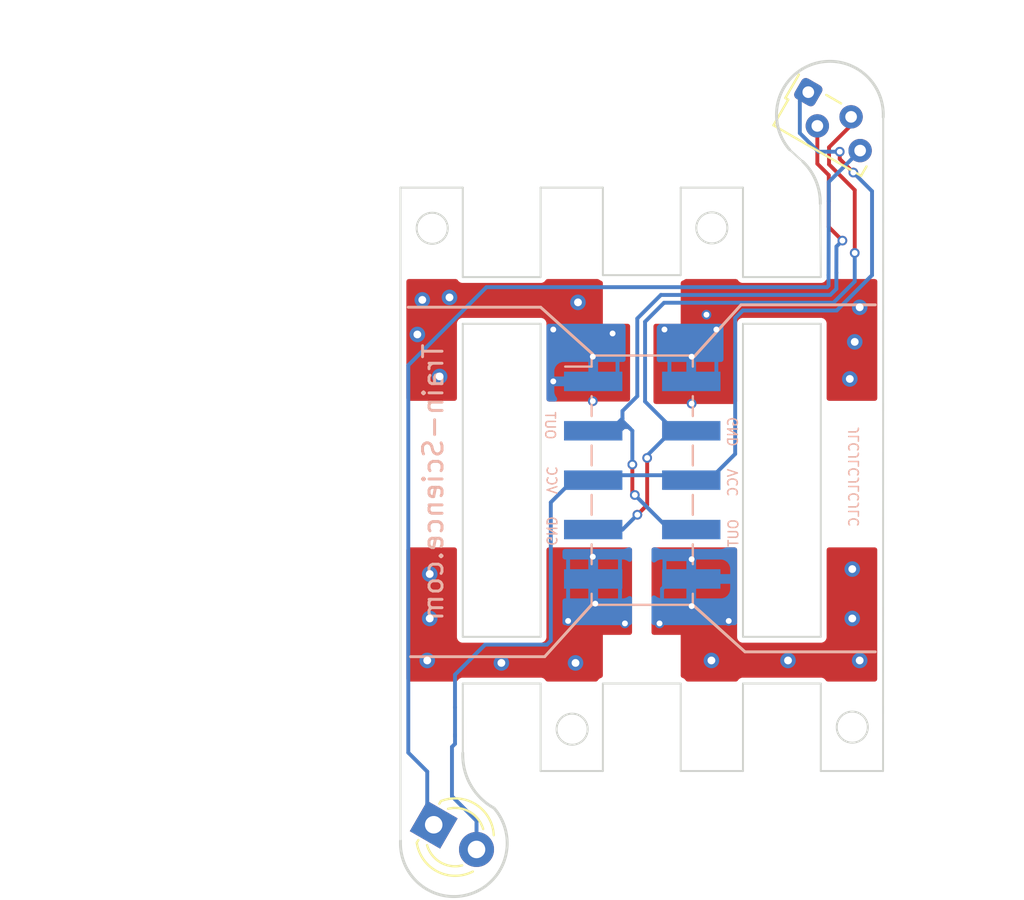
<source format=kicad_pcb>
(kicad_pcb (version 20240108) (generator "pcbnew") (generator_version "8.0")
  (layers (0 "F.Cu" signal) (31 "B.Cu" signal) (34 "B.Paste" user) (35 "F.Paste" user) (36 "B.SilkS" user "B.Silkscreen") (37 "F.SilkS" user "F.Silkscreen") (38 "B.Mask" user) (39 "F.Mask" user) (44 "Edge.Cuts" user))
  (net 0 "")
  (net 1 "GND")
  (net 2 "VCC")
  (net 3 "Net-(D101-K)")
  (net 4 "/A")
  (net 5 "/OUT")
  (net 6 "/B")
  (net 7 "/C")
  (net 8 "/D")
  (footprint "OptoDevice:Sharp_IS471F" (layer "F.Cu") (at 129.057892 78.09086 -30)
    (property "Reference" "U101" (hide yes))
    (property "Value" "IS471F")
    (fp_line (start -0.7 2.37) (end -0.7 0.85) (stroke (width 0.12)) (layer "F.SilkS"))
    (fp_line (start -0.7 2.37) (end 4.5 2.370001) (stroke (width 0.12)) (layer "F.SilkS"))
    (fp_line (start -0.87 0.85) (end -0.7 0.85) (stroke (width 0.12)) (layer "F.SilkS"))
    (fp_line (start -0.87 0.85) (end -0.87 -0.54) (stroke (width 0.12)) (layer "F.SilkS"))
    (fp_line (start 1.75 -0.339999) (end 0.87 -0.339999) (stroke (width 0.12)) (layer "F.SilkS"))
    (fp_line (start 4.5 2.370001) (end 4.5 1.81) (stroke (width 0.12)) (layer "F.SilkS"))
    (pad "1" thru_hole roundrect (at 0 0 330) (size 1.2 1.2) (drill 0.6) (layers "*.Cu" "*.Mask") (roundrect_rratio 0.208) (net 2 "VCC"))
    (pad "2" thru_hole circle (at 1.27 1.27 330) (size 1.2 1.2) (drill 0.6) (layers "*.Cu" "*.Mask") (net 5 "/OUT"))
    (pad "3" thru_hole circle (at 2.54 0 330) (size 1.2 1.2) (drill 0.6) (layers "*.Cu" "*.Mask") (net 1 "GND"))
    (pad "4" thru_hole circle (at 3.809999 1.27 330) (size 1.2 1.2) (drill 0.6) (layers "*.Cu" "*.Mask") (net 3 "Net-(D101-K)"))
  )
  (footprint "LED_THT:LED_D3.0mm" (layer "F.Cu") (at 109.806354 115.764116 -30)
    (property "Reference" "D101" (hide yes))
    (property "Value" "LED")
    (fp_line (start -0.29 1.079999) (end -0.29 1.236001) (stroke (width 0.12)) (layer "F.SilkS"))
    (fp_line (start -0.29 -1.235999) (end -0.29 -1.079999) (stroke (width 0.12)) (layer "F.SilkS"))
    (fp_arc (start -0.29 -1.235517) (mid 1.366488 -1.98766) (end 2.942335 -1.078609) (stroke (width 0.12)) (layer "F.SilkS"))
    (fp_arc (start 0.229039 -1.079999) (mid 1.270117 -1.499999) (end 2.31113 -1.079837) (stroke (width 0.12)) (layer "F.SilkS"))
    (fp_arc (start 2.311131 1.079838) (mid 1.270117 1.500002) (end 0.229038 1.079999) (stroke (width 0.12)) (layer "F.SilkS"))
    (fp_arc (start 2.942335 1.078608) (mid 1.366488 1.987659) (end -0.289999 1.235516) (stroke (width 0.12)) (layer "F.SilkS"))
    (pad "1" thru_hole rect (at 0 0 330) (size 1.8 1.8) (drill 0.9) (layers "*.Cu" "*.Mask") (net 3 "Net-(D101-K)"))
    (pad "2" thru_hole circle (at 2.54 0 330) (size 1.8 1.8) (drill 0.9) (layers "*.Cu" "*.Mask") (net 2 "VCC"))
  )
  (footprint "Connector_PinSocket_2.54mm:PinSocket_2x05_P2.54mm_Vertical_SMD" (layer "B.Cu") (at 120.523 98.044 180)
    (property "Reference" "J106" (hide yes))
    (property "Value" "Conn_02x05_Odd_Even")
    (fp_line (start 3.96 5.84) (end 2.6 5.84) (stroke (width 0.12)) (layer "B.SilkS"))
    (fp_line (start 2.6 6.41) (end -2.6 6.41) (stroke (width 0.12)) (layer "B.SilkS"))
    (fp_line (start 2.6 5.84) (end 2.6 6.41) (stroke (width 0.12)) (layer "B.SilkS"))
    (fp_line (start 2.6 3.3) (end 2.6 4.32) (stroke (width 0.12)) (layer "B.SilkS"))
    (fp_line (start 2.6 0.76) (end 2.6 1.78) (stroke (width 0.12)) (layer "B.SilkS"))
    (fp_line (start 2.6 -1.78) (end 2.6 -0.76) (stroke (width 0.12)) (layer "B.SilkS"))
    (fp_line (start 2.6 -4.32) (end 2.6 -3.3) (stroke (width 0.12)) (layer "B.SilkS"))
    (fp_line (start 2.6 -6.41) (end 2.6 -5.84) (stroke (width 0.12)) (layer "B.SilkS"))
    (fp_line (start 2.6 -6.41) (end -2.6 -6.41) (stroke (width 0.12)) (layer "B.SilkS"))
    (fp_line (start -2.6 5.84) (end -2.6 6.41) (stroke (width 0.12)) (layer "B.SilkS"))
    (fp_line (start -2.6 3.3) (end -2.6 4.32) (stroke (width 0.12)) (layer "B.SilkS"))
    (fp_line (start -2.6 0.76) (end -2.6 1.78) (stroke (width 0.12)) (layer "B.SilkS"))
    (fp_line (start -2.6 -1.78) (end -2.6 -0.76) (stroke (width 0.12)) (layer "B.SilkS"))
    (fp_line (start -2.6 -4.32) (end -2.6 -3.3) (stroke (width 0.12)) (layer "B.SilkS"))
    (fp_line (start -2.6 -6.41) (end -2.6 -5.84) (stroke (width 0.12)) (layer "B.SilkS"))
    (pad "1" smd rect (at 2.52 5.08 180) (size 3 1) (layers "B.Cu" "B.Paste" "B.Mask") (net 4 "/A"))
    (pad "2" smd rect (at -2.52 5.08 180) (size 3 1) (layers "B.Cu" "B.Paste" "B.Mask") (net 8 "/D"))
    (pad "3" smd rect (at 2.52 2.54 180) (size 3 1) (layers "B.Cu" "B.Paste" "B.Mask") (net 5 "/OUT"))
    (pad "4" smd rect (at -2.52 2.54 180) (size 3 1) (layers "B.Cu" "B.Paste" "B.Mask") (net 1 "GND"))
    (pad "5" smd rect (at 2.52 0 180) (size 3 1) (layers "B.Cu" "B.Paste" "B.Mask") (net 2 "VCC"))
    (pad "6" smd rect (at -2.52 0 180) (size 3 1) (layers "B.Cu" "B.Paste" "B.Mask") (net 2 "VCC"))
    (pad "7" smd rect (at 2.52 -2.54 180) (size 3 1) (layers "B.Cu" "B.Paste" "B.Mask") (net 1 "GND"))
    (pad "8" smd rect (at -2.52 -2.54 180) (size 3 1) (layers "B.Cu" "B.Paste" "B.Mask") (net 5 "/OUT"))
    (pad "9" smd rect (at 2.52 -5.08 180) (size 3 1) (layers "B.Cu" "B.Paste" "B.Mask") (net 6 "/B"))
    (pad "10" smd rect (at -2.52 -5.08 180) (size 3 1) (layers "B.Cu" "B.Paste" "B.Mask") (net 7 "/C"))
  )
  (gr_line (start 115.51 107.121) (end 108.613 107.121) (stroke (width 0.15)) (layer "B.SilkS"))
  (gr_line (start 125.8045 106.8715) (end 123.123 104.454) (stroke (width 0.15)) (layer "B.SilkS"))
  (gr_line (start 108.5 89.1495) (end 115.3015 89.1495) (stroke (width 0.15)) (layer "B.SilkS"))
  (gr_line (start 132.5 106.8715) (end 125.8045 106.8715) (stroke (width 0.15)) (layer "B.SilkS"))
  (gr_line (start 123.19 91.694) (end 125.603 89.027) (stroke (width 0.15)) (layer "B.SilkS"))
  (gr_line (start 125.603 89.027) (end 132.5 89.027) (stroke (width 0.15)) (layer "B.SilkS"))
  (gr_line (start 115.3015 89.1495) (end 117.983 91.567) (stroke (width 0.15)) (layer "B.SilkS"))
  (gr_line (start 117.923 104.454) (end 115.51 107.121) (stroke (width 0.15)) (layer "B.SilkS"))
  (gr_line (start 125.7 106.1) (end 125.7 90) (stroke (width 0.1)) (layer "Edge.Cuts"))
  (gr_line (start 118.5 83) (end 118.5 87.5) (stroke (width 0.1)) (layer "Edge.Cuts"))
  (gr_line (start 111.3 106.1) (end 111.3 90) (stroke (width 0.1)) (layer "Edge.Cuts"))
  (gr_line (start 129.7 113) (end 129.7 108.5) (stroke (width 0.1)) (layer "Edge.Cuts"))
  (gr_line (start 125.7 106.1) (end 129.7 106.1) (stroke (width 0.1)) (layer "Edge.Cuts"))
  (gr_line (start 111.301999 112.07494) (end 111.3 108.5) (stroke (width 0.1)) (layer "Edge.Cuts"))
  (gr_line (start 132.9 113) (end 129.7 113) (stroke (width 0.1)) (layer "Edge.Cuts"))
  (gr_line (start 122.5 83) (end 125.7 83) (stroke (width 0.1)) (layer "Edge.Cuts"))
  (gr_arc (start 112.904273 114.906761) (mid 111.703071 113.717212) (end 111.301999 112.07494) (stroke (width 0.15)) (layer "Edge.Cuts"))
  (gr_circle (center 109.728 85.09) (end 108.928 85.09) (stroke (width 0.1)) (fill none) (layer "Edge.Cuts"))
  (gr_line (start 115.3 83) (end 118.5 83) (stroke (width 0.1)) (layer "Edge.Cuts"))
  (gr_line (start 108.1 83) (end 111.3 83) (stroke (width 0.1)) (layer "Edge.Cuts"))
  (gr_line (start 122.5 87.5) (end 122.5 83) (stroke (width 0.1)) (layer "Edge.Cuts"))
  (gr_line (start 129.7 90) (end 129.7 106.1) (stroke (width 0.1)) (layer "Edge.Cuts"))
  (gr_line (start 115.3 90) (end 115.3 106.1) (stroke (width 0.1)) (layer "Edge.Cuts"))
  (gr_line (start 111.3 108.5) (end 115.3 108.5) (stroke (width 0.1)) (layer "Edge.Cuts"))
  (gr_line (start 125.7 113) (end 122.5 113) (stroke (width 0.1)) (layer "Edge.Cuts"))
  (gr_line (start 125.7 90) (end 129.7 90) (stroke (width 0.1)) (layer "Edge.Cuts"))
  (gr_arc (start 128.778 81.661) (mid 129.449829 82.649776) (end 129.674299 83.823933) (stroke (width 0.15)) (layer "Edge.Cuts"))
  (gr_line (start 132.908 79.375) (end 132.9 113) (stroke (width 0.1)) (layer "Edge.Cuts"))
  (gr_line (start 125.7 87.6) (end 125.7 83) (stroke (width 0.1)) (layer "Edge.Cuts"))
  (gr_arc (start 128.103727 81.054239) (mid 129.262952 76.658674) (end 132.908 79.375) (stroke (width 0.15)) (layer "Edge.Cuts"))
  (gr_line (start 115.3 87.6) (end 115.3 83) (stroke (width 0.1)) (layer "Edge.Cuts"))
  (gr_line (start 111.3 90) (end 115.3 90) (stroke (width 0.1)) (layer "Edge.Cuts"))
  (gr_arc (start 112.904273 114.906761) (mid 111.745047 119.302327) (end 108.1 116.586) (stroke (width 0.15)) (layer "Edge.Cuts"))
  (gr_line (start 125.7 108.5) (end 125.7 113) (stroke (width 0.1)) (layer "Edge.Cuts"))
  (gr_line (start 111.3 87.6) (end 111.3 83) (stroke (width 0.1)) (layer "Edge.Cuts"))
  (gr_line (start 122.5 87.5) (end 118.5 87.5) (stroke (width 0.1)) (layer "Edge.Cuts"))
  (gr_line (start 111.3 87.6) (end 115.3 87.6) (stroke (width 0.1)) (layer "Edge.Cuts"))
  (gr_line (start 111.3 106.1) (end 115.3 106.1) (stroke (width 0.1)) (layer "Edge.Cuts"))
  (gr_line (start 118.5 108.5) (end 122.5 108.5) (stroke (width 0.1)) (layer "Edge.Cuts"))
  (gr_line (start 122.5 113) (end 122.5 108.5) (stroke (width 0.1)) (layer "Edge.Cuts"))
  (gr_line (start 125.7 108.5) (end 129.7 108.5) (stroke (width 0.1)) (layer "Edge.Cuts"))
  (gr_circle (center 116.92 110.85) (end 117.72 110.85) (stroke (width 0.1)) (fill none) (layer "Edge.Cuts"))
  (gr_line (start 118.5 113) (end 115.3 113) (stroke (width 0.1)) (layer "Edge.Cuts"))
  (gr_line (start 118.5 108.5) (end 118.5 113) (stroke (width 0.1)) (layer "Edge.Cuts"))
  (gr_circle (center 131.318 110.744) (end 132.118 110.744) (stroke (width 0.1)) (fill none) (layer "Edge.Cuts"))
  (gr_line (start 129.7 87.6) (end 129.674299 83.823933) (stroke (width 0.1)) (layer "Edge.Cuts"))
  (gr_line (start 108.1 116.586) (end 108.1 83) (stroke (width 0.1)) (layer "Edge.Cuts"))
  (gr_line (start 115.3 113) (end 115.3 108.5) (stroke (width 0.1)) (layer "Edge.Cuts"))
  (gr_line (start 125.7 87.6) (end 129.7 87.6) (stroke (width 0.1)) (layer "Edge.Cuts"))
  (gr_line (start 128.103727 81.054239) (end 128.778 81.661) (stroke (width 0.1)) (layer "Edge.Cuts"))
  (gr_circle (center 124.1 85.07) (end 123.3 85.07) (stroke (width 0.1)) (fill none) (layer "Edge.Cuts"))
  (gr_text "OUT" (at 115.5 96 270) (layer "B.SilkS") (effects (font (size 0.5 0.5) (thickness 0.075)) (justify left bottom mirror)))
  (gr_text "OUT" (at 125.5 100 90) (layer "B.SilkS") (effects (font (size 0.5 0.5) (thickness 0.075)) (justify left bottom mirror)))
  (gr_text "VCC" (at 115.57 98.806 -90) (layer "B.SilkS") (effects (font (size 0.5 0.5) (thickness 0.075)) (justify left bottom mirror)))
  (gr_text "GND" (at 115.57 101.473 270) (layer "B.SilkS") (effects (font (size 0.5 0.5) (thickness 0.075)) (justify left bottom mirror)))
  (gr_text "GND" (at 125.476 94.742 90) (layer "B.SilkS") (effects (font (size 0.5 0.5) (thickness 0.075)) (justify left bottom mirror)))
  (gr_text "Train-Science.com" (at 110.363 90.932 90) (layer "B.SilkS") (effects (font (size 1 1)) (justify left bottom mirror)))
  (gr_text "JLCJLCJLCJLC" (at 131.699 95.25 90) (layer "B.SilkS") (effects (font (size 0.5 0.5) (thickness 0.075)) (justify left bottom mirror)))
  (gr_text "VCC" (at 125.476 97.409 90) (layer "B.SilkS") (effects (font (size 0.5 0.5) (thickness 0.075)) (justify left bottom mirror)))
  (segment (start 131.445 83.127314) (end 130.124037 81.806351) (width 0.2) (layer "F.Cu") (net 1))
  (segment (start 131.445 86.36) (end 131.445 83.127314) (width 0.2) (layer "F.Cu") (net 1))
  (segment (start 130.124037 81.806351) (end 130.124037 80.925676) (width 0.2) (layer "F.Cu") (net 1))
  (segment (start 130.124037 80.925676) (end 131.257596 79.792117) (width 0.2) (layer "F.Cu") (net 1))
  (segment (start 131.257596 79.792117) (end 131.257596 79.36086) (width 0.2) (layer "F.Cu") (net 1))
  (segment (start 120.272543 99.822) (end 120.777 99.317543) (width 0.2) (layer "F.Cu") (net 1))
  (segment (start 120.777 99.317543) (end 120.777 96.901) (width 0.2) (layer "F.Cu") (net 1))
  (via (at 120.272543 99.822) (size 0.5) (drill 0.3) (layers "F.Cu" "B.Cu") (net 1))
  (via (at 131.445 86.36) (size 0.5) (drill 0.3) (layers "F.Cu" "B.Cu") (net 1))
  (via (at 120.777 96.901) (size 0.5) (drill 0.3) (layers "F.Cu" "B.Cu") (net 1))
  (segment (start 121.92 95.631) (end 120.777 96.774) (width 0.2) (layer "B.Cu") (net 1))
  (segment (start 120.669 89.896686) (end 120.669 93.999) (width 0.2) (layer "B.Cu") (net 1))
  (segment (start 121.92 95.25) (end 121.92 95.631) (width 0.2) (layer "B.Cu") (net 1))
  (segment (start 121.646686 88.919) (end 120.669 89.896686) (width 0.2) (layer "B.Cu") (net 1))
  (segment (start 120.669 93.999) (end 121.92 95.25) (width 0.2) (layer "B.Cu") (net 1))
  (segment (start 130.352314 88.919) (end 121.646686 88.919) (width 0.2) (layer "B.Cu") (net 1))
  (segment (start 118.003 100.584) (end 119.510543 100.584) (width 0.2) (layer "B.Cu") (net 1))
  (segment (start 131.445 87.826314) (end 130.352314 88.919) (width 0.2) (layer "B.Cu") (net 1))
  (segment (start 131.445 86.36) (end 131.445 87.826314) (width 0.2) (layer "B.Cu") (net 1))
  (segment (start 120.777 96.774) (end 120.777 96.901) (width 0.2) (layer "B.Cu") (net 1))
  (segment (start 118.999 100.33) (end 118.003 100.33) (width 0.2) (layer "B.Cu") (net 1))
  (segment (start 119.510543 100.584) (end 120.272543 99.822) (width 0.2) (layer "B.Cu") (net 1))
  (segment (start 130.674037 81.525037) (end 131.372489 82.223489) (width 0.2) (layer "F.Cu") (net 2))
  (segment (start 130.674037 81.153494) (end 130.674037 81.525037) (width 0.2) (layer "F.Cu") (net 2))
  (via (at 131.372489 82.223489) (size 0.5) (drill 0.3) (layers "F.Cu" "B.Cu") (net 2))
  (via (at 130.674037 81.153494) (size 0.5) (drill 0.3) (layers "F.Cu" "B.Cu") (net 2))
  (segment (start 132.334 87.503) (end 132.334 83.185) (width 0.2) (layer "B.Cu") (net 2))
  (segment (start 128.622744 78.526008) (end 129.057892 78.09086) (width 0.2) (layer "B.Cu") (net 2))
  (segment (start 112.006058 115.562058) (end 110.744 114.3) (width 0.2) (layer "B.Cu") (net 2))
  (segment (start 110.744 111.76) (end 110.901522 111.602478) (width 0.2) (layer "B.Cu") (net 2))
  (segment (start 115.824 99.187) (end 117.221 97.79) (width 0.2) (layer "B.Cu") (net 2))
  (segment (start 110.901522 111.221478) (end 110.901468 111.125054) (width 0.2) (layer "B.Cu") (net 2))
  (segment (start 110.900687 109.728197) (end 110.9 109.72751) (width 0.2) (layer "B.Cu") (net 2))
  (segment (start 125.3 96.696) (end 125.3 89.711) (width 0.2) (layer "B.Cu") (net 2))
  (segment (start 110.901522 111.602478) (end 110.901522 111.221478) (width 0.2) (layer "B.Cu") (net 2))
  (segment (start 125.692 89.319) (end 130.518 89.319) (width 0.2) (layer "B.Cu") (net 2))
  (segment (start 110.9 109.72751) (end 110.9 108.048) (width 0.2) (layer "B.Cu") (net 2))
  (segment (start 117.221 97.79) (end 124.206 97.79) (width 0.2) (layer "B.Cu") (net 2))
  (segment (start 112.448 106.5) (end 115.623 106.5) (width 0.2) (layer "B.Cu") (net 2))
  (segment (start 125.3 89.711) (end 125.692 89.319) (width 0.2) (layer "B.Cu") (net 2))
  (segment (start 132.334 83.185) (end 131.372489 82.223489) (width 0.2) (layer "B.Cu") (net 2))
  (segment (start 112.006058 117.034116) (end 112.006058 115.562058) (width 0.2) (layer "B.Cu") (net 2))
  (segment (start 110.901468 111.125054) (end 110.900687 109.728197) (width 0.2) (layer "B.Cu") (net 2))
  (segment (start 110.744 114.3) (end 110.744 111.76) (width 0.2) (layer "B.Cu") (net 2))
  (segment (start 130.674037 81.153494) (end 129.577733 81.153494) (width 0.2) (layer "B.Cu") (net 2))
  (segment (start 124.206 97.79) (end 125.3 96.696) (width 0.2) (layer "B.Cu") (net 2))
  (segment (start 128.622744 80.198505) (end 128.622744 78.526008) (width 0.2) (layer "B.Cu") (net 2))
  (segment (start 115.824 106.299) (end 115.824 99.187) (width 0.2) (layer "B.Cu") (net 2))
  (segment (start 130.518 89.319) (end 132.334 87.503) (width 0.2) (layer "B.Cu") (net 2))
  (segment (start 115.623 106.5) (end 115.824 106.299) (width 0.2) (layer "B.Cu") (net 2))
  (segment (start 129.577733 81.153494) (end 128.622744 80.198505) (width 0.2) (layer "B.Cu") (net 2))
  (segment (start 110.9 108.048) (end 112.448 106.5) (width 0.2) (layer "B.Cu") (net 2))
  (segment (start 109.474 114.681) (end 109.474 113.03) (width 0.2) (layer "B.Cu") (net 3))
  (segment (start 109.806354 115.764116) (end 109.806354 115.013354) (width 0.2) (layer "B.Cu") (net 3))
  (segment (start 112.514657 88.119) (end 130.020942 88.119) (width 0.2) (layer "B.Cu") (net 3))
  (segment (start 108.5 112.056) (end 108.5 92.133657) (width 0.2) (layer "B.Cu") (net 3))
  (segment (start 130.100273 87.503) (end 130.110966 83.693177) (width 0.2) (layer "B.Cu") (net 3))
  (segment (start 130.100273 88.039669) (end 130.100273 87.503) (width 0.2) (layer "B.Cu") (net 3))
  (segment (start 130.020942 88.119) (end 130.100273 88.039669) (width 0.2) (layer "B.Cu") (net 3))
  (segment (start 108.5 92.133657) (end 112.514657 88.119) (width 0.2) (layer "B.Cu") (net 3))
  (segment (start 130.110966 82.707194) (end 131.722448 81.095712) (width 0.2) (layer "B.Cu") (net 3))
  (segment (start 109.806354 115.013354) (end 109.474 114.681) (width 0.2) (layer "B.Cu") (net 3))
  (segment (start 109.474 113.03) (end 108.5 112.056) (width 0.2) (layer "B.Cu") (net 3))
  (segment (start 130.110966 83.693177) (end 130.110966 82.707194) (width 0.2) (layer "B.Cu") (net 3))
  (via (at 109.22 88.773) (size 0.8) (drill 0.4) (layers "F.Cu" "B.Cu") (net 4))
  (via (at 115.951 92.964) (size 0.5) (drill 0.3) (layers "F.Cu" "B.Cu") (net 4))
  (via (at 117.221 88.9) (size 0.8) (drill 0.4) (layers "F.Cu" "B.Cu") (net 4))
  (via (at 110.617 88.646) (size 0.8) (drill 0.4) (layers "F.Cu" "B.Cu") (net 4))
  (via (at 108.966 90.551) (size 0.8) (drill 0.4) (layers "F.Cu" "B.Cu") (net 4))
  (via (at 115.951 90.297) (size 0.5) (drill 0.3) (layers "F.Cu" "B.Cu") (net 4))
  (via (at 117.983 91.694) (size 0.5) (drill 0.3) (layers "F.Cu" "B.Cu") (net 4))
  (via (at 110.109 92.71) (size 0.8) (drill 0.4) (layers "F.Cu" "B.Cu") (net 4))
  (via (at 119 90.5) (size 0.5) (drill 0.3) (layers "F.Cu" "B.Cu") (net 4))
  (via (at 117.983 93.98) (size 0.5) (drill 0.3) (layers "F.Cu" "B.Cu") (net 4))
  (segment (start 119 91.441) (end 119.253 91.694) (width 0.2) (layer "B.Cu") (net 4))
  (segment (start 119.253 91.694) (end 119.253 92.964) (width 0.2) (layer "B.Cu") (net 4))
  (segment (start 119 90.5) (end 119 91.441) (width 0.2) (layer "B.Cu") (net 4))
  (segment (start 119.253 92.964) (end 118.003 92.964) (width 0.2) (layer "B.Cu") (net 4))
  (segment (start 130.81 85.725) (end 130.11061 85.02561) (width 0.2) (layer "F.Cu") (net 5))
  (segment (start 120.015 98.679) (end 120.015 97.24) (width 0.2) (layer "F.Cu") (net 5))
  (segment (start 129.522744 81.770744) (end 129.522744 79.825712) (width 0.2) (layer "F.Cu") (net 5))
  (segment (start 130.11061 82.35861) (end 129.522744 81.770744) (width 0.2) (layer "F.Cu") (net 5))
  (segment (start 120.142 98.806) (end 120.015 98.679) (width 0.2) (layer "F.Cu") (net 5))
  (segment (start 130.11061 85.02561) (end 130.11061 82.35861) (width 0.2) (layer "F.Cu") (net 5))
  (via (at 120.015 97.24) (size 0.5) (drill 0.3) (layers "F.Cu" "B.Cu") (net 5))
  (via (at 120.142 98.806) (size 0.5) (drill 0.3) (layers "F.Cu" "B.Cu") (net 5))
  (via (at 130.81 85.725) (size 0.5) (drill 0.3) (layers "F.Cu" "B.Cu") (net 5))
  (segment (start 118.003 95.504) (end 118.872 95.504) (width 0.2) (layer "B.Cu") (net 5))
  (segment (start 121.666 100.33) (end 123.043 100.33) (width 0.2) (layer "B.Cu") (net 5))
  (segment (start 119.8245 95.3135) (end 119.5705 95.3135) (width 0.2) (layer "B.Cu") (net 5))
  (segment (start 121.481 88.519) (end 120.269 89.731) (width 0.2) (layer "B.Cu") (net 5))
  (segment (start 119.507 95.25) (end 119.634 95.25) (width 0.2) (layer "B.Cu") (net 5))
  (segment (start 119.507 94.869) (end 119.507 94.996) (width 0.2) (layer "B.Cu") (net 5))
  (segment (start 119.888 95.377) (end 119.8245 95.3135) (width 0.2) (layer "B.Cu") (net 5))
  (segment (start 118.872 95.504) (end 119.507 94.869) (width 0.2) (layer "B.Cu") (net 5))
  (segment (start 120.269 89.731) (end 120.269 93.726) (width 0.2) (layer "B.Cu") (net 5))
  (segment (start 119.507 95.377) (end 119.634 95.25) (width 0.2) (layer "B.Cu") (net 5))
  (segment (start 130.81 85.725) (end 130.504407 86.030593) (width 0.2) (layer "B.Cu") (net 5))
  (segment (start 120.142 98.806) (end 121.666 100.33) (width 0.2) (layer "B.Cu") (net 5))
  (segment (start 130.504407 86.030593) (end 130.500625 87.378003) (width 0.2) (layer "B.Cu") (net 5))
  (segment (start 130.186628 88.519) (end 121.481 88.519) (width 0.2) (layer "B.Cu") (net 5))
  (segment (start 119.888 95.377) (end 120.015 95.504) (width 0.2) (layer "B.Cu") (net 5))
  (segment (start 119.38 95.504) (end 119.507 95.377) (width 0.2) (layer "B.Cu") (net 5))
  (segment (start 119.761 95.25) (end 119.888 95.377) (width 0.2) (layer "B.Cu") (net 5))
  (segment (start 120.269 93.726) (end 119.507 94.488) (width 0.2) (layer "B.Cu") (net 5))
  (segment (start 120.015 95.504) (end 120.015 97.24) (width 0.2) (layer "B.Cu") (net 5))
  (segment (start 119.507 94.996) (end 119.507 95.25) (width 0.2) (layer "B.Cu") (net 5))
  (segment (start 130.500625 87.378003) (end 130.500625 88.205003) (width 0.2) (layer "B.Cu") (net 5))
  (segment (start 130.500625 88.205003) (end 130.186628 88.519) (width 0.2) (layer "B.Cu") (net 5))
  (segment (start 118.003 95.504) (end 119.38 95.504) (width 0.2) (layer "B.Cu") (net 5))
  (segment (start 119.5705 95.3135) (end 119.507 95.377) (width 0.2) (layer "B.Cu") (net 5))
  (segment (start 119.761 95.25) (end 119.507 94.996) (width 0.2) (layer "B.Cu") (net 5))
  (segment (start 119.507 94.488) (end 119.507 94.869) (width 0.2) (layer "B.Cu") (net 5))
  (segment (start 119.634 95.25) (end 119.761 95.25) (width 0.2) (layer "B.Cu") (net 5))
  (via (at 118.11 104.394) (size 0.5) (drill 0.3) (layers "F.Cu" "B.Cu") (net 6))
  (via (at 109.601 105.156) (size 0.8) (drill 0.4) (layers "F.Cu" "B.Cu") (net 6))
  (via (at 109.601 102.87) (size 0.8) (drill 0.4) (layers "F.Cu" "B.Cu") (net 6))
  (via (at 117.094 107.442) (size 0.8) (drill 0.4) (layers "F.Cu" "B.Cu") (net 6))
  (via (at 116.713 105.283) (size 0.5) (drill 0.3) (layers "F.Cu" "B.Cu") (net 6))
  (via (at 113.284 107.442) (size 0.8) (drill 0.4) (layers "F.Cu" "B.Cu") (net 6))
  (via (at 109.474 107.315) (size 0.8) (drill 0.4) (layers "F.Cu" "B.Cu") (net 6))
  (via (at 117.983 101.981) (size 0.5) (drill 0.3) (layers "F.Cu" "B.Cu") (net 6))
  (via (at 119.634 105.41) (size 0.5) (drill 0.3) (layers "F.Cu" "B.Cu") (net 6))
  (segment (start 119.38 104.394) (end 119.38 103.124) (width 0.2) (layer "B.Cu") (net 6))
  (segment (start 117.983 101.981) (end 116.713 101.981) (width 0.2) (layer "B.Cu") (net 6))
  (segment (start 116.713 105.283) (end 116.713 103.124) (width 0.2) (layer "B.Cu") (net 6))
  (segment (start 118.11 104.394) (end 119.38 104.394) (width 0.2) (layer "B.Cu") (net 6))
  (segment (start 119.38 101.981) (end 119.38 103.124) (width 0.2) (layer "B.Cu") (net 6))
  (segment (start 119.38 103.124) (end 118.003 103.124) (width 0.2) (layer "B.Cu") (net 6))
  (segment (start 116.713 103.124) (end 118.003 103.124) (width 0.2) (layer "B.Cu") (net 6))
  (segment (start 116.713 101.981) (end 116.713 103.124) (width 0.2) (layer "B.Cu") (net 6))
  (segment (start 117.983 101.981) (end 119.38 101.981) (width 0.2) (layer "B.Cu") (net 6))
  (via (at 131.318 102.616) (size 0.8) (drill 0.4) (layers "F.Cu" "B.Cu") (net 7))
  (via (at 123.063 104.521) (size 0.5) (drill 0.3) (layers "F.Cu" "B.Cu") (net 7))
  (via (at 123.063 102.108) (size 0.5) (drill 0.3) (layers "F.Cu" "B.Cu") (net 7))
  (via (at 128.016 107.315) (size 0.8) (drill 0.4) (layers "F.Cu" "B.Cu") (net 7))
  (via (at 124.968 105.283) (size 0.5) (drill 0.3) (layers "F.Cu" "B.Cu") (net 7))
  (via (at 131.318 105.156) (size 0.8) (drill 0.4) (layers "F.Cu" "B.Cu") (net 7))
  (via (at 124.079 107.315) (size 0.8) (drill 0.4) (layers "F.Cu" "B.Cu") (net 7))
  (via (at 121.412 105.41) (size 0.5) (drill 0.3) (layers "F.Cu" "B.Cu") (net 7))
  (via (at 131.699 107.315) (size 0.8) (drill 0.4) (layers "F.Cu" "B.Cu") (net 7))
  (segment (start 122.047 103.124) (end 123.043 103.124) (width 0.2) (layer "B.Cu") (net 7))
  (segment (start 121.666 102.108) (end 121.666 103.124) (width 0.2) (layer "B.Cu") (net 7))
  (segment (start 123.063 102.108) (end 121.666 102.108) (width 0.2) (layer "B.Cu") (net 7))
  (segment (start 121.539 103.632) (end 122.047 103.124) (width 0.2) (layer "B.Cu") (net 7))
  (segment (start 123.063 104.521) (end 121.539 104.521) (width 0.2) (layer "B.Cu") (net 7))
  (segment (start 121.666 103.124) (end 123.043 103.124) (width 0.2) (layer "B.Cu") (net 7))
  (segment (start 121.539 104.521) (end 121.539 103.632) (width 0.2) (layer "B.Cu") (net 7))
  (via (at 124.333 90.297) (size 0.5) (drill 0.3) (layers "F.Cu" "B.Cu") (net 8))
  (via (at 131.191 92.837) (size 0.8) (drill 0.4) (layers "F.Cu" "B.Cu") (net 8))
  (via (at 123.063 91.694) (size 0.5) (drill 0.3) (layers "F.Cu" "B.Cu") (net 8))
  (via (at 121.666 90.297) (size 0.5) (drill 0.3) (layers "F.Cu" "B.Cu") (net 8))
  (via (at 123.825 89.535) (size 0.5) (drill 0.3) (layers "F.Cu" "B.Cu") (net 8))
  (via (at 131.699 89.154) (size 0.8) (drill 0.4) (layers "F.Cu" "B.Cu") (net 8))
  (via (at 123.063 94.107) (size 0.5) (drill 0.3) (layers "F.Cu" "B.Cu") (net 8))
  (via (at 131.445 90.932) (size 0.8) (drill 0.4) (layers "F.Cu" "B.Cu") (net 8))
  (segment (start 121.666 90.297) (end 121.92 90.551) (width 0.2) (layer "B.Cu") (net 8))
  (segment (start 124.333 90.297) (end 124.333 92.964) (width 0.2) (layer "B.Cu") (net 8))
  (segment (start 121.92 90.551) (end 121.92 92.964) (width 0.2) (layer "B.Cu") (net 8))
  (segment (start 124.333 92.964) (end 123.043 92.964) (width 0.2) (layer "B.Cu") (net 8))
  (segment (start 121.92 92.964) (end 123.043 92.964) (width 0.2) (layer "B.Cu") (net 8))
  (zone (net 4) (net_name "/A") (layer "F.Cu") (connect_pads (clearance 0.5)) (min_thickness 0.25) (fill yes (thermal_gap 0.5) (thermal_bridge_width 0.5) (island_removal_mode 1) (island_area_min 10))
    (polygon (pts (xy 101.2 87.7) (xy 101.2 93.964) (xy 115.5 93.964) (xy 115.5 94) (xy 119.9 94) (xy 119.9 90) (xy 118.5 90) (xy 118.5 87.7)))
  )
  (zone (net 6) (net_name "/B") (layer "F.Cu") (connect_pads (clearance 0.5)) (min_thickness 0.25) (fill yes (thermal_gap 0.5) (thermal_bridge_width 0.5) (island_removal_mode 1) (island_area_min 10))
    (polygon (pts (xy 101.2 101.501) (xy 101.2 108.4) (xy 118.5 108.4) (xy 118.5 106) (xy 120 106) (xy 120 101.5) (xy 115.5 101.5) (xy 115.5 101.501)))
  )
  (zone (net 7) (net_name "/C") (layer "F.Cu") (connect_pads (clearance 0.5)) (min_thickness 0.25) (fill yes (thermal_gap 0.5) (thermal_bridge_width 0.5) (island_removal_mode 1) (island_area_min 10))
    (polygon (pts (xy 125.5 101.501) (xy 125.5 101.5) (xy 121 101.5) (xy 121 106) (xy 122.5 106) (xy 122.5 108.4) (xy 140.166 108.4) (xy 140.166 101.501)))
  )
  (zone (net 8) (net_name "/D") (layer "F.Cu") (connect_pads (clearance 0.5)) (min_thickness 0.25) (fill yes (thermal_gap 0.5) (thermal_bridge_width 0.5) (island_removal_mode 1) (island_area_min 10))
    (polygon (pts (xy 122.5 87.7) (xy 122.5 90) (xy 121.1 90) (xy 121.1 94.127) (xy 125.5 94.127) (xy 125.5 93.964) (xy 140.166 93.964) (xy 140.166 87.7)))
  )
  (zone (net 4) (net_name "/A") (layer "B.Cu") (priority 1) (connect_pads (clearance 0.5)) (min_thickness 0.25) (fill yes (thermal_gap 0.5) (thermal_bridge_width 0.5) (island_removal_mode 1) (island_area_min 10))
    (polygon (pts (xy 120 94) (xy 115.5 94) (xy 115.5 90) (xy 120 90)))
  )
  (zone (net 8) (net_name "/D") (layer "B.Cu") (priority 1) (connect_pads (clearance 0.5)) (min_thickness 0.25) (fill yes (thermal_gap 0.5) (thermal_bridge_width 0.5) (island_removal_mode 1) (island_area_min 10))
    (polygon (pts (xy 125.5 94) (xy 121 94) (xy 121 90) (xy 125.5 90)))
  )
  (zone (net 7) (net_name "/C") (layer "B.Cu") (priority 1) (connect_pads (clearance 0.5)) (min_thickness 0.25) (fill yes (thermal_gap 0.5) (thermal_bridge_width 0.5) (island_removal_mode 1) (island_area_min 10))
    (polygon (pts (xy 125.5 105.5) (xy 121 105.5) (xy 121 101.5) (xy 125.5 101.5)))
  )
  (zone (net 6) (net_name "/B") (layer "B.Cu") (priority 1) (connect_pads (clearance 0.5)) (min_thickness 0.25) (fill yes (thermal_gap 0.5) (thermal_bridge_width 0.5) (island_removal_mode 1) (island_area_min 10))
    (polygon (pts (xy 120 105.5) (xy 115.5 105.5) (xy 115.5 101.5) (xy 120 101.5)))
  )
)
</source>
